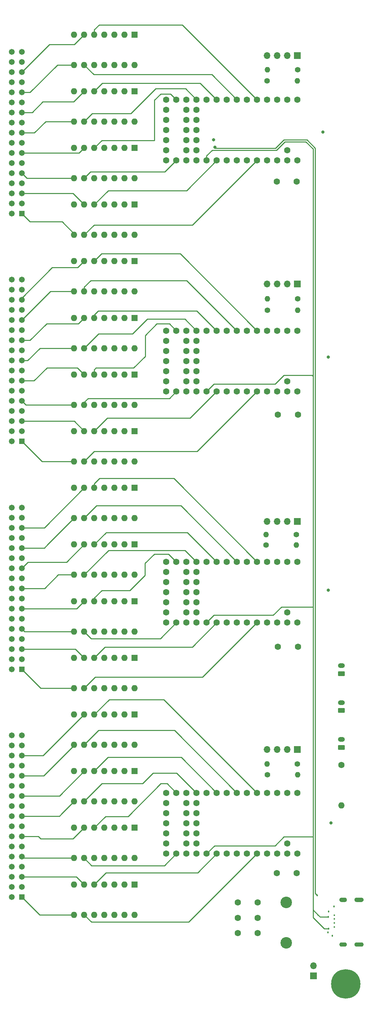
<source format=gbr>
G04 #@! TF.GenerationSoftware,KiCad,Pcbnew,(6.0.4-0)*
G04 #@! TF.CreationDate,2023-02-13T16:27:07-08:00*
G04 #@! TF.ProjectId,widaq-magis-ssr-v2b,77696461-712d-46d6-9167-69732d737372,rev?*
G04 #@! TF.SameCoordinates,Original*
G04 #@! TF.FileFunction,Copper,L4,Bot*
G04 #@! TF.FilePolarity,Positive*
%FSLAX46Y46*%
G04 Gerber Fmt 4.6, Leading zero omitted, Abs format (unit mm)*
G04 Created by KiCad (PCBNEW (6.0.4-0)) date 2023-02-13 16:27:07*
%MOMM*%
%LPD*%
G01*
G04 APERTURE LIST*
G04 Aperture macros list*
%AMRoundRect*
0 Rectangle with rounded corners*
0 $1 Rounding radius*
0 $2 $3 $4 $5 $6 $7 $8 $9 X,Y pos of 4 corners*
0 Add a 4 corners polygon primitive as box body*
4,1,4,$2,$3,$4,$5,$6,$7,$8,$9,$2,$3,0*
0 Add four circle primitives for the rounded corners*
1,1,$1+$1,$2,$3*
1,1,$1+$1,$4,$5*
1,1,$1+$1,$6,$7*
1,1,$1+$1,$8,$9*
0 Add four rect primitives between the rounded corners*
20,1,$1+$1,$2,$3,$4,$5,0*
20,1,$1+$1,$4,$5,$6,$7,0*
20,1,$1+$1,$6,$7,$8,$9,0*
20,1,$1+$1,$8,$9,$2,$3,0*%
G04 Aperture macros list end*
G04 #@! TA.AperFunction,EtchedComponent*
%ADD10C,0.010000*%
G04 #@! TD*
G04 #@! TA.AperFunction,ComponentPad*
%ADD11R,1.600000X1.600000*%
G04 #@! TD*
G04 #@! TA.AperFunction,ComponentPad*
%ADD12O,1.600000X1.600000*%
G04 #@! TD*
G04 #@! TA.AperFunction,ComponentPad*
%ADD13RoundRect,0.250000X0.625000X-0.350000X0.625000X0.350000X-0.625000X0.350000X-0.625000X-0.350000X0*%
G04 #@! TD*
G04 #@! TA.AperFunction,ComponentPad*
%ADD14O,1.750000X1.200000*%
G04 #@! TD*
G04 #@! TA.AperFunction,ComponentPad*
%ADD15R,1.700000X1.700000*%
G04 #@! TD*
G04 #@! TA.AperFunction,ComponentPad*
%ADD16O,1.700000X1.700000*%
G04 #@! TD*
G04 #@! TA.AperFunction,ComponentPad*
%ADD17C,1.400000*%
G04 #@! TD*
G04 #@! TA.AperFunction,ComponentPad*
%ADD18O,1.400000X1.400000*%
G04 #@! TD*
G04 #@! TA.AperFunction,ComponentPad*
%ADD19C,1.600000*%
G04 #@! TD*
G04 #@! TA.AperFunction,ComponentPad*
%ADD20C,2.900000*%
G04 #@! TD*
G04 #@! TA.AperFunction,ComponentPad*
%ADD21O,2.000000X1.000000*%
G04 #@! TD*
G04 #@! TA.AperFunction,ComponentPad*
%ADD22O,1.800000X0.900000*%
G04 #@! TD*
G04 #@! TA.AperFunction,ComponentPad*
%ADD23R,1.473200X1.473200*%
G04 #@! TD*
G04 #@! TA.AperFunction,ComponentPad*
%ADD24C,1.473200*%
G04 #@! TD*
G04 #@! TA.AperFunction,ComponentPad*
%ADD25C,7.400000*%
G04 #@! TD*
G04 #@! TA.AperFunction,ComponentPad*
%ADD26C,0.800000*%
G04 #@! TD*
G04 #@! TA.AperFunction,ViaPad*
%ADD27C,0.457200*%
G04 #@! TD*
G04 #@! TA.AperFunction,ViaPad*
%ADD28C,0.800000*%
G04 #@! TD*
G04 #@! TA.AperFunction,ViaPad*
%ADD29C,0.400000*%
G04 #@! TD*
G04 #@! TA.AperFunction,Conductor*
%ADD30C,0.250000*%
G04 #@! TD*
G04 APERTURE END LIST*
G36*
X342623668Y-316138000D02*
G01*
X342675668Y-316146000D01*
X342726668Y-316159000D01*
X342774668Y-316178000D01*
X342821668Y-316202000D01*
X342865668Y-316230000D01*
X342906668Y-316263000D01*
X342943668Y-316300000D01*
X342976668Y-316341000D01*
X343004668Y-316385000D01*
X343028668Y-316432000D01*
X343047668Y-316480000D01*
X343060668Y-316531000D01*
X343068668Y-316583000D01*
X343071668Y-316635000D01*
X343068668Y-316687000D01*
X343060668Y-316739000D01*
X343047668Y-316790000D01*
X343028668Y-316838000D01*
X343004668Y-316885000D01*
X342976668Y-316929000D01*
X342943668Y-316970000D01*
X342906668Y-317007000D01*
X342865668Y-317040000D01*
X342821668Y-317068000D01*
X342774668Y-317092000D01*
X342726668Y-317111000D01*
X342675668Y-317124000D01*
X342623668Y-317132000D01*
X342571668Y-317135000D01*
X341771668Y-317135000D01*
X341719668Y-317132000D01*
X341667668Y-317124000D01*
X341616668Y-317111000D01*
X341568668Y-317092000D01*
X341521668Y-317068000D01*
X341477668Y-317040000D01*
X341436668Y-317007000D01*
X341399668Y-316970000D01*
X341366668Y-316929000D01*
X341338668Y-316885000D01*
X341314668Y-316838000D01*
X341295668Y-316790000D01*
X341282668Y-316739000D01*
X341274668Y-316687000D01*
X341271668Y-316635000D01*
X341274668Y-316583000D01*
X341282668Y-316531000D01*
X341295668Y-316480000D01*
X341314668Y-316432000D01*
X341338668Y-316385000D01*
X341366668Y-316341000D01*
X341399668Y-316300000D01*
X341436668Y-316263000D01*
X341477668Y-316230000D01*
X341521668Y-316202000D01*
X341568668Y-316178000D01*
X341616668Y-316159000D01*
X341667668Y-316146000D01*
X341719668Y-316138000D01*
X341771668Y-316135000D01*
X342571668Y-316135000D01*
X342623668Y-316138000D01*
G37*
D10*
X342623668Y-316138000D02*
X342675668Y-316146000D01*
X342726668Y-316159000D01*
X342774668Y-316178000D01*
X342821668Y-316202000D01*
X342865668Y-316230000D01*
X342906668Y-316263000D01*
X342943668Y-316300000D01*
X342976668Y-316341000D01*
X343004668Y-316385000D01*
X343028668Y-316432000D01*
X343047668Y-316480000D01*
X343060668Y-316531000D01*
X343068668Y-316583000D01*
X343071668Y-316635000D01*
X343068668Y-316687000D01*
X343060668Y-316739000D01*
X343047668Y-316790000D01*
X343028668Y-316838000D01*
X343004668Y-316885000D01*
X342976668Y-316929000D01*
X342943668Y-316970000D01*
X342906668Y-317007000D01*
X342865668Y-317040000D01*
X342821668Y-317068000D01*
X342774668Y-317092000D01*
X342726668Y-317111000D01*
X342675668Y-317124000D01*
X342623668Y-317132000D01*
X342571668Y-317135000D01*
X341771668Y-317135000D01*
X341719668Y-317132000D01*
X341667668Y-317124000D01*
X341616668Y-317111000D01*
X341568668Y-317092000D01*
X341521668Y-317068000D01*
X341477668Y-317040000D01*
X341436668Y-317007000D01*
X341399668Y-316970000D01*
X341366668Y-316929000D01*
X341338668Y-316885000D01*
X341314668Y-316838000D01*
X341295668Y-316790000D01*
X341282668Y-316739000D01*
X341274668Y-316687000D01*
X341271668Y-316635000D01*
X341274668Y-316583000D01*
X341282668Y-316531000D01*
X341295668Y-316480000D01*
X341314668Y-316432000D01*
X341338668Y-316385000D01*
X341366668Y-316341000D01*
X341399668Y-316300000D01*
X341436668Y-316263000D01*
X341477668Y-316230000D01*
X341521668Y-316202000D01*
X341568668Y-316178000D01*
X341616668Y-316159000D01*
X341667668Y-316146000D01*
X341719668Y-316138000D01*
X341771668Y-316135000D01*
X342571668Y-316135000D01*
X342623668Y-316138000D01*
G36*
X346823668Y-327378000D02*
G01*
X346875668Y-327386000D01*
X346926668Y-327399000D01*
X346974668Y-327418000D01*
X347021668Y-327442000D01*
X347065668Y-327470000D01*
X347106668Y-327503000D01*
X347143668Y-327540000D01*
X347176668Y-327581000D01*
X347204668Y-327625000D01*
X347228668Y-327672000D01*
X347247668Y-327720000D01*
X347260668Y-327771000D01*
X347268668Y-327823000D01*
X347271668Y-327875000D01*
X347268668Y-327927000D01*
X347260668Y-327979000D01*
X347247668Y-328030000D01*
X347228668Y-328078000D01*
X347204668Y-328125000D01*
X347176668Y-328169000D01*
X347143668Y-328210000D01*
X347106668Y-328247000D01*
X347065668Y-328280000D01*
X347021668Y-328308000D01*
X346974668Y-328332000D01*
X346926668Y-328351000D01*
X346875668Y-328364000D01*
X346823668Y-328372000D01*
X346771668Y-328375000D01*
X345571668Y-328375000D01*
X345519668Y-328372000D01*
X345467668Y-328364000D01*
X345416668Y-328351000D01*
X345368668Y-328332000D01*
X345321668Y-328308000D01*
X345277668Y-328280000D01*
X345236668Y-328247000D01*
X345199668Y-328210000D01*
X345166668Y-328169000D01*
X345138668Y-328125000D01*
X345114668Y-328078000D01*
X345095668Y-328030000D01*
X345082668Y-327979000D01*
X345074668Y-327927000D01*
X345071668Y-327875000D01*
X345074668Y-327823000D01*
X345082668Y-327771000D01*
X345095668Y-327720000D01*
X345114668Y-327672000D01*
X345138668Y-327625000D01*
X345166668Y-327581000D01*
X345199668Y-327540000D01*
X345236668Y-327503000D01*
X345277668Y-327470000D01*
X345321668Y-327442000D01*
X345368668Y-327418000D01*
X345416668Y-327399000D01*
X345467668Y-327386000D01*
X345519668Y-327378000D01*
X345571668Y-327375000D01*
X346771668Y-327375000D01*
X346823668Y-327378000D01*
G37*
X346823668Y-327378000D02*
X346875668Y-327386000D01*
X346926668Y-327399000D01*
X346974668Y-327418000D01*
X347021668Y-327442000D01*
X347065668Y-327470000D01*
X347106668Y-327503000D01*
X347143668Y-327540000D01*
X347176668Y-327581000D01*
X347204668Y-327625000D01*
X347228668Y-327672000D01*
X347247668Y-327720000D01*
X347260668Y-327771000D01*
X347268668Y-327823000D01*
X347271668Y-327875000D01*
X347268668Y-327927000D01*
X347260668Y-327979000D01*
X347247668Y-328030000D01*
X347228668Y-328078000D01*
X347204668Y-328125000D01*
X347176668Y-328169000D01*
X347143668Y-328210000D01*
X347106668Y-328247000D01*
X347065668Y-328280000D01*
X347021668Y-328308000D01*
X346974668Y-328332000D01*
X346926668Y-328351000D01*
X346875668Y-328364000D01*
X346823668Y-328372000D01*
X346771668Y-328375000D01*
X345571668Y-328375000D01*
X345519668Y-328372000D01*
X345467668Y-328364000D01*
X345416668Y-328351000D01*
X345368668Y-328332000D01*
X345321668Y-328308000D01*
X345277668Y-328280000D01*
X345236668Y-328247000D01*
X345199668Y-328210000D01*
X345166668Y-328169000D01*
X345138668Y-328125000D01*
X345114668Y-328078000D01*
X345095668Y-328030000D01*
X345082668Y-327979000D01*
X345074668Y-327927000D01*
X345071668Y-327875000D01*
X345074668Y-327823000D01*
X345082668Y-327771000D01*
X345095668Y-327720000D01*
X345114668Y-327672000D01*
X345138668Y-327625000D01*
X345166668Y-327581000D01*
X345199668Y-327540000D01*
X345236668Y-327503000D01*
X345277668Y-327470000D01*
X345321668Y-327442000D01*
X345368668Y-327418000D01*
X345416668Y-327399000D01*
X345467668Y-327386000D01*
X345519668Y-327378000D01*
X345571668Y-327375000D01*
X346771668Y-327375000D01*
X346823668Y-327378000D01*
G36*
X346823668Y-316138000D02*
G01*
X346875668Y-316146000D01*
X346926668Y-316159000D01*
X346974668Y-316178000D01*
X347021668Y-316202000D01*
X347065668Y-316230000D01*
X347106668Y-316263000D01*
X347143668Y-316300000D01*
X347176668Y-316341000D01*
X347204668Y-316385000D01*
X347228668Y-316432000D01*
X347247668Y-316480000D01*
X347260668Y-316531000D01*
X347268668Y-316583000D01*
X347271668Y-316635000D01*
X347268668Y-316687000D01*
X347260668Y-316739000D01*
X347247668Y-316790000D01*
X347228668Y-316838000D01*
X347204668Y-316885000D01*
X347176668Y-316929000D01*
X347143668Y-316970000D01*
X347106668Y-317007000D01*
X347065668Y-317040000D01*
X347021668Y-317068000D01*
X346974668Y-317092000D01*
X346926668Y-317111000D01*
X346875668Y-317124000D01*
X346823668Y-317132000D01*
X346771668Y-317135000D01*
X345571668Y-317135000D01*
X345519668Y-317132000D01*
X345467668Y-317124000D01*
X345416668Y-317111000D01*
X345368668Y-317092000D01*
X345321668Y-317068000D01*
X345277668Y-317040000D01*
X345236668Y-317007000D01*
X345199668Y-316970000D01*
X345166668Y-316929000D01*
X345138668Y-316885000D01*
X345114668Y-316838000D01*
X345095668Y-316790000D01*
X345082668Y-316739000D01*
X345074668Y-316687000D01*
X345071668Y-316635000D01*
X345074668Y-316583000D01*
X345082668Y-316531000D01*
X345095668Y-316480000D01*
X345114668Y-316432000D01*
X345138668Y-316385000D01*
X345166668Y-316341000D01*
X345199668Y-316300000D01*
X345236668Y-316263000D01*
X345277668Y-316230000D01*
X345321668Y-316202000D01*
X345368668Y-316178000D01*
X345416668Y-316159000D01*
X345467668Y-316146000D01*
X345519668Y-316138000D01*
X345571668Y-316135000D01*
X346771668Y-316135000D01*
X346823668Y-316138000D01*
G37*
X346823668Y-316138000D02*
X346875668Y-316146000D01*
X346926668Y-316159000D01*
X346974668Y-316178000D01*
X347021668Y-316202000D01*
X347065668Y-316230000D01*
X347106668Y-316263000D01*
X347143668Y-316300000D01*
X347176668Y-316341000D01*
X347204668Y-316385000D01*
X347228668Y-316432000D01*
X347247668Y-316480000D01*
X347260668Y-316531000D01*
X347268668Y-316583000D01*
X347271668Y-316635000D01*
X347268668Y-316687000D01*
X347260668Y-316739000D01*
X347247668Y-316790000D01*
X347228668Y-316838000D01*
X347204668Y-316885000D01*
X347176668Y-316929000D01*
X347143668Y-316970000D01*
X347106668Y-317007000D01*
X347065668Y-317040000D01*
X347021668Y-317068000D01*
X346974668Y-317092000D01*
X346926668Y-317111000D01*
X346875668Y-317124000D01*
X346823668Y-317132000D01*
X346771668Y-317135000D01*
X345571668Y-317135000D01*
X345519668Y-317132000D01*
X345467668Y-317124000D01*
X345416668Y-317111000D01*
X345368668Y-317092000D01*
X345321668Y-317068000D01*
X345277668Y-317040000D01*
X345236668Y-317007000D01*
X345199668Y-316970000D01*
X345166668Y-316929000D01*
X345138668Y-316885000D01*
X345114668Y-316838000D01*
X345095668Y-316790000D01*
X345082668Y-316739000D01*
X345074668Y-316687000D01*
X345071668Y-316635000D01*
X345074668Y-316583000D01*
X345082668Y-316531000D01*
X345095668Y-316480000D01*
X345114668Y-316432000D01*
X345138668Y-316385000D01*
X345166668Y-316341000D01*
X345199668Y-316300000D01*
X345236668Y-316263000D01*
X345277668Y-316230000D01*
X345321668Y-316202000D01*
X345368668Y-316178000D01*
X345416668Y-316159000D01*
X345467668Y-316146000D01*
X345519668Y-316138000D01*
X345571668Y-316135000D01*
X346771668Y-316135000D01*
X346823668Y-316138000D01*
G36*
X342623668Y-327378000D02*
G01*
X342675668Y-327386000D01*
X342726668Y-327399000D01*
X342774668Y-327418000D01*
X342821668Y-327442000D01*
X342865668Y-327470000D01*
X342906668Y-327503000D01*
X342943668Y-327540000D01*
X342976668Y-327581000D01*
X343004668Y-327625000D01*
X343028668Y-327672000D01*
X343047668Y-327720000D01*
X343060668Y-327771000D01*
X343068668Y-327823000D01*
X343071668Y-327875000D01*
X343068668Y-327927000D01*
X343060668Y-327979000D01*
X343047668Y-328030000D01*
X343028668Y-328078000D01*
X343004668Y-328125000D01*
X342976668Y-328169000D01*
X342943668Y-328210000D01*
X342906668Y-328247000D01*
X342865668Y-328280000D01*
X342821668Y-328308000D01*
X342774668Y-328332000D01*
X342726668Y-328351000D01*
X342675668Y-328364000D01*
X342623668Y-328372000D01*
X342571668Y-328375000D01*
X341771668Y-328375000D01*
X341719668Y-328372000D01*
X341667668Y-328364000D01*
X341616668Y-328351000D01*
X341568668Y-328332000D01*
X341521668Y-328308000D01*
X341477668Y-328280000D01*
X341436668Y-328247000D01*
X341399668Y-328210000D01*
X341366668Y-328169000D01*
X341338668Y-328125000D01*
X341314668Y-328078000D01*
X341295668Y-328030000D01*
X341282668Y-327979000D01*
X341274668Y-327927000D01*
X341271668Y-327875000D01*
X341274668Y-327823000D01*
X341282668Y-327771000D01*
X341295668Y-327720000D01*
X341314668Y-327672000D01*
X341338668Y-327625000D01*
X341366668Y-327581000D01*
X341399668Y-327540000D01*
X341436668Y-327503000D01*
X341477668Y-327470000D01*
X341521668Y-327442000D01*
X341568668Y-327418000D01*
X341616668Y-327399000D01*
X341667668Y-327386000D01*
X341719668Y-327378000D01*
X341771668Y-327375000D01*
X342571668Y-327375000D01*
X342623668Y-327378000D01*
G37*
X342623668Y-327378000D02*
X342675668Y-327386000D01*
X342726668Y-327399000D01*
X342774668Y-327418000D01*
X342821668Y-327442000D01*
X342865668Y-327470000D01*
X342906668Y-327503000D01*
X342943668Y-327540000D01*
X342976668Y-327581000D01*
X343004668Y-327625000D01*
X343028668Y-327672000D01*
X343047668Y-327720000D01*
X343060668Y-327771000D01*
X343068668Y-327823000D01*
X343071668Y-327875000D01*
X343068668Y-327927000D01*
X343060668Y-327979000D01*
X343047668Y-328030000D01*
X343028668Y-328078000D01*
X343004668Y-328125000D01*
X342976668Y-328169000D01*
X342943668Y-328210000D01*
X342906668Y-328247000D01*
X342865668Y-328280000D01*
X342821668Y-328308000D01*
X342774668Y-328332000D01*
X342726668Y-328351000D01*
X342675668Y-328364000D01*
X342623668Y-328372000D01*
X342571668Y-328375000D01*
X341771668Y-328375000D01*
X341719668Y-328372000D01*
X341667668Y-328364000D01*
X341616668Y-328351000D01*
X341568668Y-328332000D01*
X341521668Y-328308000D01*
X341477668Y-328280000D01*
X341436668Y-328247000D01*
X341399668Y-328210000D01*
X341366668Y-328169000D01*
X341338668Y-328125000D01*
X341314668Y-328078000D01*
X341295668Y-328030000D01*
X341282668Y-327979000D01*
X341274668Y-327927000D01*
X341271668Y-327875000D01*
X341274668Y-327823000D01*
X341282668Y-327771000D01*
X341295668Y-327720000D01*
X341314668Y-327672000D01*
X341338668Y-327625000D01*
X341366668Y-327581000D01*
X341399668Y-327540000D01*
X341436668Y-327503000D01*
X341477668Y-327470000D01*
X341521668Y-327442000D01*
X341568668Y-327418000D01*
X341616668Y-327399000D01*
X341667668Y-327386000D01*
X341719668Y-327378000D01*
X341771668Y-327375000D01*
X342571668Y-327375000D01*
X342623668Y-327378000D01*
D11*
X289725000Y-241608332D03*
D12*
X287185000Y-241608332D03*
X284645000Y-241608332D03*
X282105000Y-241608332D03*
X279565000Y-241608332D03*
X277025000Y-241608332D03*
X274485000Y-241608332D03*
X274485000Y-249228332D03*
X277025000Y-249228332D03*
X279565000Y-249228332D03*
X282105000Y-249228332D03*
X284645000Y-249228332D03*
X287185000Y-249228332D03*
X289725000Y-249228332D03*
D11*
X289725000Y-113433338D03*
D12*
X287185000Y-113433338D03*
X284645000Y-113433338D03*
X282105000Y-113433338D03*
X279565000Y-113433338D03*
X277025000Y-113433338D03*
X274485000Y-113433338D03*
X274485000Y-121053338D03*
X277025000Y-121053338D03*
X279565000Y-121053338D03*
X282105000Y-121053338D03*
X284645000Y-121053338D03*
X287185000Y-121053338D03*
X289725000Y-121053338D03*
D11*
X289725000Y-99191672D03*
D12*
X287185000Y-99191672D03*
X284645000Y-99191672D03*
X282105000Y-99191672D03*
X279565000Y-99191672D03*
X277025000Y-99191672D03*
X274485000Y-99191672D03*
X274485000Y-106811672D03*
X277025000Y-106811672D03*
X279565000Y-106811672D03*
X282105000Y-106811672D03*
X284645000Y-106811672D03*
X287185000Y-106811672D03*
X289725000Y-106811672D03*
D11*
X289725000Y-298574996D03*
D12*
X287185000Y-298574996D03*
X284645000Y-298574996D03*
X282105000Y-298574996D03*
X279565000Y-298574996D03*
X277025000Y-298574996D03*
X274485000Y-298574996D03*
X274485000Y-306194996D03*
X277025000Y-306194996D03*
X279565000Y-306194996D03*
X282105000Y-306194996D03*
X284645000Y-306194996D03*
X287185000Y-306194996D03*
X289725000Y-306194996D03*
D11*
X289725000Y-312816672D03*
D12*
X287185000Y-312816672D03*
X284645000Y-312816672D03*
X282105000Y-312816672D03*
X279565000Y-312816672D03*
X277025000Y-312816672D03*
X274485000Y-312816672D03*
X274485000Y-320436672D03*
X277025000Y-320436672D03*
X279565000Y-320436672D03*
X282105000Y-320436672D03*
X284645000Y-320436672D03*
X287185000Y-320436672D03*
X289725000Y-320436672D03*
D13*
X341771668Y-269100000D03*
D14*
X341771668Y-267100000D03*
D15*
X330686668Y-221575000D03*
D16*
X328146668Y-221575000D03*
X325606668Y-221575000D03*
X323066668Y-221575000D03*
D17*
X322776668Y-227525000D03*
D18*
X330396668Y-227525000D03*
D19*
X315686668Y-317370000D03*
X320686668Y-317370000D03*
X315686668Y-325070000D03*
X320686668Y-325070000D03*
D11*
X289725000Y-270091664D03*
D12*
X287185000Y-270091664D03*
X284645000Y-270091664D03*
X282105000Y-270091664D03*
X279565000Y-270091664D03*
X277025000Y-270091664D03*
X274485000Y-270091664D03*
X274485000Y-277711664D03*
X277025000Y-277711664D03*
X279565000Y-277711664D03*
X282105000Y-277711664D03*
X284645000Y-277711664D03*
X287185000Y-277711664D03*
X289725000Y-277711664D03*
D17*
X330736668Y-165575000D03*
D18*
X323116668Y-165575000D03*
D19*
X315686668Y-321220000D03*
X320686668Y-321220000D03*
D11*
X289725000Y-127675004D03*
D12*
X287185000Y-127675004D03*
X284645000Y-127675004D03*
X282105000Y-127675004D03*
X279565000Y-127675004D03*
X277025000Y-127675004D03*
X274485000Y-127675004D03*
X274485000Y-135295004D03*
X277025000Y-135295004D03*
X279565000Y-135295004D03*
X282105000Y-135295004D03*
X284645000Y-135295004D03*
X287185000Y-135295004D03*
X289725000Y-135295004D03*
D15*
X330711668Y-278900000D03*
D16*
X328171668Y-278900000D03*
X325631668Y-278900000D03*
X323091668Y-278900000D03*
D20*
X327875000Y-327530000D03*
X327875000Y-317370000D03*
D17*
X323126668Y-168475000D03*
D18*
X330746668Y-168475000D03*
D11*
X289725000Y-184641668D03*
D12*
X287185000Y-184641668D03*
X284645000Y-184641668D03*
X282105000Y-184641668D03*
X279565000Y-184641668D03*
X277025000Y-184641668D03*
X274485000Y-184641668D03*
X274485000Y-192261668D03*
X277025000Y-192261668D03*
X279565000Y-192261668D03*
X282105000Y-192261668D03*
X284645000Y-192261668D03*
X287185000Y-192261668D03*
X289725000Y-192261668D03*
D19*
X325811668Y-253050000D03*
X330811668Y-253050000D03*
X330711668Y-115555000D03*
X328171668Y-115555000D03*
X325631668Y-115555000D03*
X323091668Y-115555000D03*
X320551668Y-115555000D03*
X318011668Y-115555000D03*
X315471668Y-115555000D03*
X312931668Y-115555000D03*
X310391668Y-115555000D03*
X307851668Y-115555000D03*
X305311668Y-115555000D03*
X302771668Y-115555000D03*
X300231668Y-115555000D03*
X297691668Y-115555000D03*
X297691668Y-118095000D03*
X297691668Y-120635000D03*
X297691668Y-123175000D03*
X297691668Y-125715000D03*
X297691668Y-128255000D03*
X297691668Y-130795000D03*
X300231668Y-130795000D03*
X302771668Y-130795000D03*
X305311668Y-130795000D03*
X307851668Y-130795000D03*
X310391668Y-130795000D03*
X312931668Y-130795000D03*
X315471668Y-130795000D03*
X318011668Y-130795000D03*
X320551668Y-130795000D03*
X323091668Y-130795000D03*
X325631668Y-130795000D03*
X328171668Y-130795000D03*
X330711668Y-130795000D03*
X328171668Y-128255000D03*
X302771668Y-128255000D03*
X305311668Y-128255000D03*
X302771668Y-125715000D03*
X305311668Y-125715000D03*
X302771668Y-123175000D03*
X305311668Y-123175000D03*
X302771668Y-120635000D03*
X305311668Y-120635000D03*
X302771668Y-118095000D03*
X305311668Y-118095000D03*
D21*
X346171668Y-327875000D03*
X346171668Y-316635000D03*
D22*
X342171668Y-327875000D03*
X342171668Y-316635000D03*
D19*
X325486668Y-309975000D03*
X330486668Y-309975000D03*
X325811668Y-194725000D03*
X330811668Y-194725000D03*
D11*
X289725000Y-141916670D03*
D12*
X287185000Y-141916670D03*
X284645000Y-141916670D03*
X282105000Y-141916670D03*
X279565000Y-141916670D03*
X277025000Y-141916670D03*
X274485000Y-141916670D03*
X274485000Y-149536670D03*
X277025000Y-149536670D03*
X279565000Y-149536670D03*
X282105000Y-149536670D03*
X284645000Y-149536670D03*
X287185000Y-149536670D03*
X289725000Y-149536670D03*
D17*
X330751668Y-108050000D03*
D18*
X323131668Y-108050000D03*
D11*
X289725000Y-198883334D03*
D12*
X287185000Y-198883334D03*
X284645000Y-198883334D03*
X282105000Y-198883334D03*
X279565000Y-198883334D03*
X277025000Y-198883334D03*
X274485000Y-198883334D03*
X274485000Y-206503334D03*
X277025000Y-206503334D03*
X279565000Y-206503334D03*
X282105000Y-206503334D03*
X284645000Y-206503334D03*
X287185000Y-206503334D03*
X289725000Y-206503334D03*
D13*
X341771668Y-278375000D03*
D14*
X341771668Y-276375000D03*
D11*
X289725000Y-284333330D03*
D12*
X287185000Y-284333330D03*
X284645000Y-284333330D03*
X282105000Y-284333330D03*
X279565000Y-284333330D03*
X277025000Y-284333330D03*
X274485000Y-284333330D03*
X274485000Y-291953330D03*
X277025000Y-291953330D03*
X279565000Y-291953330D03*
X282105000Y-291953330D03*
X284645000Y-291953330D03*
X287185000Y-291953330D03*
X289725000Y-291953330D03*
D15*
X330711668Y-104450000D03*
D16*
X328171668Y-104450000D03*
X325631668Y-104450000D03*
X323091668Y-104450000D03*
D19*
X330711668Y-289830000D03*
X328171668Y-289830000D03*
X325631668Y-289830000D03*
X323091668Y-289830000D03*
X320551668Y-289830000D03*
X318011668Y-289830000D03*
X315471668Y-289830000D03*
X312931668Y-289830000D03*
X310391668Y-289830000D03*
X307851668Y-289830000D03*
X305311668Y-289830000D03*
X302771668Y-289830000D03*
X300231668Y-289830000D03*
X297691668Y-289830000D03*
X297691668Y-292370000D03*
X297691668Y-294910000D03*
X297691668Y-297450000D03*
X297691668Y-299990000D03*
X297691668Y-302530000D03*
X297691668Y-305070000D03*
X300231668Y-305070000D03*
X302771668Y-305070000D03*
X305311668Y-305070000D03*
X307851668Y-305070000D03*
X310391668Y-305070000D03*
X312931668Y-305070000D03*
X315471668Y-305070000D03*
X318011668Y-305070000D03*
X320551668Y-305070000D03*
X323091668Y-305070000D03*
X325631668Y-305070000D03*
X328171668Y-305070000D03*
X330711668Y-305070000D03*
X328171668Y-302530000D03*
X302771668Y-302530000D03*
X305311668Y-302530000D03*
X302771668Y-299990000D03*
X305311668Y-299990000D03*
X302771668Y-297450000D03*
X305311668Y-297450000D03*
X302771668Y-294910000D03*
X305311668Y-294910000D03*
X302771668Y-292370000D03*
X305311668Y-292370000D03*
D15*
X334750000Y-335750000D03*
D16*
X334750000Y-333210000D03*
D19*
X341761668Y-282770000D03*
D12*
X341761668Y-292930000D03*
D23*
X261345000Y-201445000D03*
D24*
X261345000Y-198905000D03*
X261345000Y-196365000D03*
X261345000Y-193825000D03*
X261345000Y-191285000D03*
X261345000Y-188745000D03*
X261345000Y-186205000D03*
X261345000Y-183665000D03*
X261345000Y-181125000D03*
X261345000Y-178585000D03*
X261345000Y-176045000D03*
X261345000Y-173505000D03*
X261345000Y-170965000D03*
X261345000Y-168425000D03*
X261345000Y-165885000D03*
X261345000Y-163345000D03*
X261345000Y-160805000D03*
X258805000Y-201445000D03*
X258805000Y-198905000D03*
X258805000Y-196365000D03*
X258805000Y-193825000D03*
X258805000Y-191285000D03*
X258805000Y-188745000D03*
X258805000Y-186205000D03*
X258805000Y-183665000D03*
X258805000Y-181125000D03*
X258805000Y-178585000D03*
X258805000Y-176045000D03*
X258805000Y-173505000D03*
X258805000Y-170965000D03*
X258805000Y-168425000D03*
X258805000Y-165885000D03*
X258805000Y-163345000D03*
X258805000Y-160805000D03*
D17*
X330411668Y-224850000D03*
D18*
X322791668Y-224850000D03*
D19*
X330711668Y-173646666D03*
X328171668Y-173646666D03*
X325631668Y-173646666D03*
X323091668Y-173646666D03*
X320551668Y-173646666D03*
X318011668Y-173646666D03*
X315471668Y-173646666D03*
X312931668Y-173646666D03*
X310391668Y-173646666D03*
X307851668Y-173646666D03*
X305311668Y-173646666D03*
X302771668Y-173646666D03*
X300231668Y-173646666D03*
X297691668Y-173646666D03*
X297691668Y-176186666D03*
X297691668Y-178726666D03*
X297691668Y-181266666D03*
X297691668Y-183806666D03*
X297691668Y-186346666D03*
X297691668Y-188886666D03*
X300231668Y-188886666D03*
X302771668Y-188886666D03*
X305311668Y-188886666D03*
X307851668Y-188886666D03*
X310391668Y-188886666D03*
X312931668Y-188886666D03*
X315471668Y-188886666D03*
X318011668Y-188886666D03*
X320551668Y-188886666D03*
X323091668Y-188886666D03*
X325631668Y-188886666D03*
X328171668Y-188886666D03*
X330711668Y-188886666D03*
X328171668Y-186346666D03*
X302771668Y-186346666D03*
X305311668Y-186346666D03*
X302771668Y-183806666D03*
X305311668Y-183806666D03*
X302771668Y-181266666D03*
X305311668Y-181266666D03*
X302771668Y-178726666D03*
X305311668Y-178726666D03*
X302771668Y-176186666D03*
X305311668Y-176186666D03*
D11*
X289725000Y-213125000D03*
D12*
X287185000Y-213125000D03*
X284645000Y-213125000D03*
X282105000Y-213125000D03*
X279565000Y-213125000D03*
X277025000Y-213125000D03*
X274485000Y-213125000D03*
X274485000Y-220745000D03*
X277025000Y-220745000D03*
X279565000Y-220745000D03*
X282105000Y-220745000D03*
X284645000Y-220745000D03*
X287185000Y-220745000D03*
X289725000Y-220745000D03*
D25*
X342900000Y-337820000D03*
D26*
X340125000Y-337820000D03*
X344862221Y-335857779D03*
X340937779Y-335857779D03*
X344862221Y-339782221D03*
X342900000Y-340595000D03*
X345675000Y-337820000D03*
X342900000Y-335045000D03*
X340937779Y-339782221D03*
D17*
X323111668Y-285275000D03*
D18*
X330731668Y-285275000D03*
D19*
X325536668Y-136150000D03*
X330536668Y-136150000D03*
D11*
X289725000Y-255849998D03*
D12*
X287185000Y-255849998D03*
X284645000Y-255849998D03*
X282105000Y-255849998D03*
X279565000Y-255849998D03*
X277025000Y-255849998D03*
X274485000Y-255849998D03*
X274485000Y-263469998D03*
X277025000Y-263469998D03*
X279565000Y-263469998D03*
X282105000Y-263469998D03*
X284645000Y-263469998D03*
X287185000Y-263469998D03*
X289725000Y-263469998D03*
D17*
X330721668Y-282500000D03*
D18*
X323101668Y-282500000D03*
D23*
X261345000Y-144186667D03*
D24*
X261345000Y-141646667D03*
X261345000Y-139106667D03*
X261345000Y-136566667D03*
X261345000Y-134026667D03*
X261345000Y-131486667D03*
X261345000Y-128946667D03*
X261345000Y-126406667D03*
X261345000Y-123866667D03*
X261345000Y-121326667D03*
X261345000Y-118786667D03*
X261345000Y-116246667D03*
X261345000Y-113706667D03*
X261345000Y-111166667D03*
X261345000Y-108626667D03*
X261345000Y-106086667D03*
X261345000Y-103546667D03*
X258805000Y-144186667D03*
X258805000Y-141646667D03*
X258805000Y-139106667D03*
X258805000Y-136566667D03*
X258805000Y-134026667D03*
X258805000Y-131486667D03*
X258805000Y-128946667D03*
X258805000Y-126406667D03*
X258805000Y-123866667D03*
X258805000Y-121326667D03*
X258805000Y-118786667D03*
X258805000Y-116246667D03*
X258805000Y-113706667D03*
X258805000Y-111166667D03*
X258805000Y-108626667D03*
X258805000Y-106086667D03*
X258805000Y-103546667D03*
D13*
X341771668Y-259825000D03*
D14*
X341771668Y-257825000D03*
D17*
X323076668Y-110825000D03*
D18*
X330696668Y-110825000D03*
D11*
X289725000Y-227366666D03*
D12*
X287185000Y-227366666D03*
X284645000Y-227366666D03*
X282105000Y-227366666D03*
X279565000Y-227366666D03*
X277025000Y-227366666D03*
X274485000Y-227366666D03*
X274485000Y-234986666D03*
X277025000Y-234986666D03*
X279565000Y-234986666D03*
X282105000Y-234986666D03*
X284645000Y-234986666D03*
X287185000Y-234986666D03*
X289725000Y-234986666D03*
D23*
X261345000Y-258703333D03*
D24*
X261345000Y-256163333D03*
X261345000Y-253623333D03*
X261345000Y-251083333D03*
X261345000Y-248543333D03*
X261345000Y-246003333D03*
X261345000Y-243463333D03*
X261345000Y-240923333D03*
X261345000Y-238383333D03*
X261345000Y-235843333D03*
X261345000Y-233303333D03*
X261345000Y-230763333D03*
X261345000Y-228223333D03*
X261345000Y-225683333D03*
X261345000Y-223143333D03*
X261345000Y-220603333D03*
X261345000Y-218063333D03*
X258805000Y-258703333D03*
X258805000Y-256163333D03*
X258805000Y-253623333D03*
X258805000Y-251083333D03*
X258805000Y-248543333D03*
X258805000Y-246003333D03*
X258805000Y-243463333D03*
X258805000Y-240923333D03*
X258805000Y-238383333D03*
X258805000Y-235843333D03*
X258805000Y-233303333D03*
X258805000Y-230763333D03*
X258805000Y-228223333D03*
X258805000Y-225683333D03*
X258805000Y-223143333D03*
X258805000Y-220603333D03*
X258805000Y-218063333D03*
D11*
X289725000Y-156158336D03*
D12*
X287185000Y-156158336D03*
X284645000Y-156158336D03*
X282105000Y-156158336D03*
X279565000Y-156158336D03*
X277025000Y-156158336D03*
X274485000Y-156158336D03*
X274485000Y-163778336D03*
X277025000Y-163778336D03*
X279565000Y-163778336D03*
X282105000Y-163778336D03*
X284645000Y-163778336D03*
X287185000Y-163778336D03*
X289725000Y-163778336D03*
D23*
X261345000Y-315961667D03*
D24*
X261345000Y-313421667D03*
X261345000Y-310881667D03*
X261345000Y-308341667D03*
X261345000Y-305801667D03*
X261345000Y-303261667D03*
X261345000Y-300721667D03*
X261345000Y-298181667D03*
X261345000Y-295641667D03*
X261345000Y-293101667D03*
X261345000Y-290561667D03*
X261345000Y-288021667D03*
X261345000Y-285481667D03*
X261345000Y-282941667D03*
X261345000Y-280401667D03*
X261345000Y-277861667D03*
X261345000Y-275321667D03*
X258805000Y-315961667D03*
X258805000Y-313421667D03*
X258805000Y-310881667D03*
X258805000Y-308341667D03*
X258805000Y-305801667D03*
X258805000Y-303261667D03*
X258805000Y-300721667D03*
X258805000Y-298181667D03*
X258805000Y-295641667D03*
X258805000Y-293101667D03*
X258805000Y-290561667D03*
X258805000Y-288021667D03*
X258805000Y-285481667D03*
X258805000Y-282941667D03*
X258805000Y-280401667D03*
X258805000Y-277861667D03*
X258805000Y-275321667D03*
D15*
X330686668Y-161850000D03*
D16*
X328146668Y-161850000D03*
X325606668Y-161850000D03*
X323066668Y-161850000D03*
D19*
X330711668Y-231738332D03*
X328171668Y-231738332D03*
X325631668Y-231738332D03*
X323091668Y-231738332D03*
X320551668Y-231738332D03*
X318011668Y-231738332D03*
X315471668Y-231738332D03*
X312931668Y-231738332D03*
X310391668Y-231738332D03*
X307851668Y-231738332D03*
X305311668Y-231738332D03*
X302771668Y-231738332D03*
X300231668Y-231738332D03*
X297691668Y-231738332D03*
X297691668Y-234278332D03*
X297691668Y-236818332D03*
X297691668Y-239358332D03*
X297691668Y-241898332D03*
X297691668Y-244438332D03*
X297691668Y-246978332D03*
X300231668Y-246978332D03*
X302771668Y-246978332D03*
X305311668Y-246978332D03*
X307851668Y-246978332D03*
X310391668Y-246978332D03*
X312931668Y-246978332D03*
X315471668Y-246978332D03*
X318011668Y-246978332D03*
X320551668Y-246978332D03*
X323091668Y-246978332D03*
X325631668Y-246978332D03*
X328171668Y-246978332D03*
X330711668Y-246978332D03*
X328171668Y-244438332D03*
X302771668Y-244438332D03*
X305311668Y-244438332D03*
X302771668Y-241898332D03*
X305311668Y-241898332D03*
X302771668Y-239358332D03*
X305311668Y-239358332D03*
X302771668Y-236818332D03*
X305311668Y-236818332D03*
X302771668Y-234278332D03*
X305311668Y-234278332D03*
D11*
X289725000Y-170400002D03*
D12*
X287185000Y-170400002D03*
X284645000Y-170400002D03*
X282105000Y-170400002D03*
X279565000Y-170400002D03*
X277025000Y-170400002D03*
X274485000Y-170400002D03*
X274485000Y-178020002D03*
X277025000Y-178020002D03*
X279565000Y-178020002D03*
X282105000Y-178020002D03*
X284645000Y-178020002D03*
X287185000Y-178020002D03*
X289725000Y-178020002D03*
D27*
X339886720Y-318349992D03*
D28*
X309911668Y-127525500D03*
D29*
X339975000Y-322500000D03*
X339975000Y-320525000D03*
X339975000Y-321500000D03*
D27*
X339450000Y-325675000D03*
X335686668Y-315550000D03*
D29*
X339975000Y-323500000D03*
D28*
X309601503Y-125683924D03*
D27*
X338575000Y-319650000D03*
X338400000Y-324850000D03*
X338500000Y-321000000D03*
X338575000Y-323925000D03*
D28*
X337136668Y-123725000D03*
X339186668Y-297325000D03*
X338511168Y-238825000D03*
X338511168Y-180225000D03*
D30*
X320551668Y-289830000D02*
X297046668Y-266325000D01*
X297046668Y-266325000D02*
X283331664Y-266325000D01*
X283331664Y-266325000D02*
X279565000Y-270091664D01*
X315471668Y-289830000D02*
X299741668Y-274100000D01*
X299741668Y-274100000D02*
X280636664Y-274100000D01*
X280636664Y-274100000D02*
X277025000Y-277711664D01*
X301436668Y-280875000D02*
X283023330Y-280875000D01*
X283023330Y-280875000D02*
X279565000Y-284333330D01*
X310391668Y-289830000D02*
X301436668Y-280875000D01*
X291700000Y-287450000D02*
X281528330Y-287450000D01*
X305311668Y-289830000D02*
X300281668Y-284800000D01*
X281528330Y-287450000D02*
X277025000Y-291953330D01*
X294350000Y-284800000D02*
X291700000Y-287450000D01*
X300281668Y-284800000D02*
X294350000Y-284800000D01*
X274485000Y-306194996D02*
X261738329Y-306194996D01*
X261738329Y-306194996D02*
X261345000Y-305801667D01*
X282414996Y-295725000D02*
X279565000Y-298574996D01*
X288100000Y-295725000D02*
X282414996Y-295725000D01*
X296350000Y-287475000D02*
X288100000Y-295725000D01*
X300231668Y-289830000D02*
X297876668Y-287475000D01*
X297876668Y-287475000D02*
X296350000Y-287475000D01*
X325186668Y-127725000D02*
X310111168Y-127725000D01*
X327261668Y-125650000D02*
X325186668Y-127725000D01*
X310111168Y-127725000D02*
X309911668Y-127525500D01*
X333111668Y-125650000D02*
X327261668Y-125650000D01*
X335211668Y-127750000D02*
X333111668Y-125650000D01*
X335686668Y-315550000D02*
X335211668Y-315075000D01*
X335211668Y-315075000D02*
X335211668Y-127750000D01*
X278863328Y-322275000D02*
X277025000Y-320436672D01*
X303346668Y-322275000D02*
X278863328Y-322275000D01*
X320551668Y-305070000D02*
X303346668Y-322275000D01*
X282531672Y-309850000D02*
X279565000Y-312816672D01*
X310391668Y-305070000D02*
X305611668Y-309850000D01*
X305611668Y-309850000D02*
X282531672Y-309850000D01*
X278905004Y-308075000D02*
X277025000Y-306194996D01*
X297226668Y-308075000D02*
X278905004Y-308075000D01*
X300231668Y-305070000D02*
X297226668Y-308075000D01*
X279565000Y-212110000D02*
X279565000Y-213125000D01*
X299588336Y-210775000D02*
X280900000Y-210775000D01*
X320551668Y-231738332D02*
X299588336Y-210775000D01*
X280900000Y-210775000D02*
X279565000Y-212110000D01*
X315471668Y-231738332D02*
X301358336Y-217625000D01*
X280145000Y-217625000D02*
X277025000Y-220745000D01*
X301358336Y-217625000D02*
X280145000Y-217625000D01*
X282475000Y-224456666D02*
X279565000Y-227366666D01*
X303028336Y-224375000D02*
X282475000Y-224375000D01*
X310391668Y-231738332D02*
X303028336Y-224375000D01*
X282475000Y-224375000D02*
X282475000Y-224456666D01*
X283186666Y-228825000D02*
X277025000Y-234986666D01*
X305311668Y-231738332D02*
X304187157Y-230613821D01*
X304187157Y-230613821D02*
X304187157Y-230612157D01*
X304187157Y-230612157D02*
X302400000Y-228825000D01*
X302400000Y-228825000D02*
X283186666Y-228825000D01*
X294675000Y-229775000D02*
X292350000Y-232100000D01*
X298268336Y-229775000D02*
X294675000Y-229775000D01*
X292350000Y-232100000D02*
X292350000Y-235100000D01*
X288525000Y-238925000D02*
X281475000Y-238925000D01*
X279565000Y-240835000D02*
X279565000Y-241608332D01*
X292350000Y-235100000D02*
X288525000Y-238925000D01*
X300231668Y-231738332D02*
X298268336Y-229775000D01*
X281475000Y-238925000D02*
X279565000Y-240835000D01*
X274249996Y-301350000D02*
X266100000Y-301350000D01*
X277025000Y-298574996D02*
X274249996Y-301350000D01*
X266100000Y-301350000D02*
X265471667Y-300721667D01*
X265471667Y-300721667D02*
X261345000Y-300721667D01*
X320551668Y-246978332D02*
X306830000Y-260700000D01*
X279794998Y-260700000D02*
X277025000Y-263469998D01*
X306830000Y-260700000D02*
X279794998Y-260700000D01*
X304245000Y-253125000D02*
X282289998Y-253125000D01*
X310391668Y-246978332D02*
X304245000Y-253125000D01*
X282289998Y-253125000D02*
X279565000Y-255849998D01*
X278796668Y-251000000D02*
X277025000Y-249228332D01*
X300231668Y-246978332D02*
X296210000Y-251000000D01*
X296210000Y-251000000D02*
X278796668Y-251000000D01*
X281423336Y-154300000D02*
X279565000Y-156158336D01*
X320551668Y-173646666D02*
X301205002Y-154300000D01*
X301205002Y-154300000D02*
X281423336Y-154300000D01*
X277025000Y-162675000D02*
X277025000Y-163778336D01*
X302825002Y-161000000D02*
X278700000Y-161000000D01*
X278700000Y-161000000D02*
X277025000Y-162675000D01*
X315471668Y-173646666D02*
X302825002Y-161000000D01*
X280600000Y-168625000D02*
X279565000Y-169660000D01*
X305370002Y-168625000D02*
X280600000Y-168625000D01*
X279565000Y-169660000D02*
X279565000Y-170400002D01*
X310391668Y-173646666D02*
X305370002Y-168625000D01*
X305311668Y-173646666D02*
X302365002Y-170700000D01*
X302365002Y-170700000D02*
X292925000Y-170700000D01*
X280620002Y-174425000D02*
X277025000Y-178020002D01*
X289200000Y-174425000D02*
X280620002Y-174425000D01*
X292925000Y-170700000D02*
X289200000Y-174425000D01*
X300231668Y-173646666D02*
X298485002Y-171900000D01*
X279565000Y-183435000D02*
X279565000Y-184641668D01*
X292375000Y-180075000D02*
X289450000Y-183000000D01*
X289450000Y-183000000D02*
X280000000Y-183000000D01*
X280000000Y-183000000D02*
X279565000Y-183435000D01*
X298485002Y-171900000D02*
X295300000Y-171900000D01*
X295300000Y-171900000D02*
X292375000Y-174825000D01*
X292375000Y-174825000D02*
X292375000Y-180075000D01*
X320551668Y-188886666D02*
X305488334Y-203950000D01*
X279578334Y-203950000D02*
X277025000Y-206503334D01*
X305488334Y-203950000D02*
X279578334Y-203950000D01*
X282873334Y-195575000D02*
X279565000Y-198883334D01*
X310391668Y-188886666D02*
X303703334Y-195575000D01*
X303703334Y-195575000D02*
X282873334Y-195575000D01*
X300231668Y-188886666D02*
X298468334Y-190650000D01*
X277025000Y-191625000D02*
X277025000Y-192261668D01*
X298468334Y-190650000D02*
X278000000Y-190650000D01*
X278000000Y-190650000D02*
X277025000Y-191625000D01*
X301746668Y-96750000D02*
X280775000Y-96750000D01*
X320551668Y-115555000D02*
X301746668Y-96750000D01*
X280775000Y-96750000D02*
X279565000Y-97960000D01*
X279565000Y-97960000D02*
X279565000Y-99191672D01*
X279438328Y-109225000D02*
X277025000Y-106811672D01*
X315471668Y-115555000D02*
X309141668Y-109225000D01*
X309141668Y-109225000D02*
X279438328Y-109225000D01*
X306236668Y-111400000D02*
X281598338Y-111400000D01*
X310391668Y-115555000D02*
X306236668Y-111400000D01*
X281598338Y-111400000D02*
X279565000Y-113433338D01*
X295050000Y-112775000D02*
X288750000Y-119075000D01*
X279003338Y-119075000D02*
X277025000Y-121053338D01*
X305311668Y-115555000D02*
X302531668Y-112775000D01*
X288750000Y-119075000D02*
X279003338Y-119075000D01*
X302531668Y-112775000D02*
X295050000Y-112775000D01*
X298776668Y-114100000D02*
X296300000Y-114100000D01*
X294725000Y-115675000D02*
X294725000Y-125775000D01*
X300231668Y-115555000D02*
X298776668Y-114100000D01*
X294725000Y-125775000D02*
X281465004Y-125775000D01*
X296300000Y-114100000D02*
X294725000Y-115675000D01*
X281465004Y-125775000D02*
X279565000Y-127675004D01*
X304296668Y-147050000D02*
X279511670Y-147050000D01*
X320551668Y-130795000D02*
X304296668Y-147050000D01*
X279511670Y-147050000D02*
X277025000Y-149536670D01*
X302786668Y-138400000D02*
X283081670Y-138400000D01*
X283081670Y-138400000D02*
X279565000Y-141916670D01*
X310391668Y-130795000D02*
X302786668Y-138400000D01*
X278595004Y-133725000D02*
X277025000Y-135295004D01*
X300231668Y-130795000D02*
X297301668Y-133725000D01*
X297301668Y-133725000D02*
X278595004Y-133725000D01*
X274485000Y-277865000D02*
X266868333Y-285481667D01*
X274485000Y-277711664D02*
X274485000Y-277865000D01*
X266868333Y-285481667D02*
X261345000Y-285481667D01*
X277025000Y-270091664D02*
X266714997Y-280401667D01*
X266714997Y-280401667D02*
X261345000Y-280401667D01*
X262029999Y-249228332D02*
X261345000Y-248543333D01*
X274485000Y-249228332D02*
X262029999Y-249228332D01*
X275169999Y-243463333D02*
X261345000Y-243463333D01*
X277025000Y-241608332D02*
X275169999Y-243463333D01*
X267875000Y-227350000D02*
X267001667Y-228223333D01*
X274485000Y-220745000D02*
X267880000Y-227350000D01*
X267880000Y-227350000D02*
X267875000Y-227350000D01*
X267001667Y-228223333D02*
X261345000Y-228223333D01*
X267006667Y-223143333D02*
X261345000Y-223143333D01*
X277025000Y-213125000D02*
X267006667Y-223143333D01*
X274485000Y-192261668D02*
X262321668Y-192261668D01*
X262321668Y-192261668D02*
X261345000Y-191285000D01*
X275308332Y-182925000D02*
X267675000Y-182925000D01*
X277025000Y-184641668D02*
X275308332Y-182925000D01*
X267675000Y-182925000D02*
X264395000Y-186205000D01*
X264395000Y-186205000D02*
X261345000Y-186205000D01*
X268531664Y-163778336D02*
X261345000Y-170965000D01*
X274485000Y-163778336D02*
X268531664Y-163778336D01*
X275408336Y-157775000D02*
X269000000Y-157775000D01*
X261345000Y-165430000D02*
X261345000Y-165885000D01*
X269000000Y-157775000D02*
X261345000Y-165430000D01*
X277025000Y-156158336D02*
X275408336Y-157775000D01*
X274485000Y-135295004D02*
X262613337Y-135295004D01*
X262613337Y-135295004D02*
X261345000Y-134026667D01*
X275753337Y-128946667D02*
X261345000Y-128946667D01*
X277025000Y-127675004D02*
X275753337Y-128946667D01*
X274485000Y-106811672D02*
X270304995Y-106811672D01*
X263410000Y-113706667D02*
X261345000Y-113706667D01*
X270304995Y-106811672D02*
X263410000Y-113706667D01*
X268321667Y-101650000D02*
X261345000Y-108626667D01*
X274566672Y-101650000D02*
X268321667Y-101650000D01*
X277025000Y-99191672D02*
X274566672Y-101650000D01*
X336425000Y-321000000D02*
X335950000Y-320525000D01*
X309688334Y-187050000D02*
X307851668Y-188886666D01*
X334661668Y-319236668D02*
X334661668Y-300825000D01*
X338575000Y-323925000D02*
X337461668Y-323925000D01*
X334661668Y-185050000D02*
X334436668Y-184825000D01*
X309846668Y-303075000D02*
X307851668Y-305070000D01*
X327511668Y-126150000D02*
X325411668Y-128250000D01*
X334661668Y-300825000D02*
X327311668Y-300825000D01*
X334661668Y-321125000D02*
X334661668Y-319236668D01*
X335950000Y-320525000D02*
X334661668Y-319236668D01*
X327311668Y-300825000D02*
X325061668Y-303075000D01*
X334661668Y-243050000D02*
X334661668Y-185050000D01*
X326661668Y-243050000D02*
X324561668Y-245150000D01*
X334661668Y-243050000D02*
X326661668Y-243050000D01*
X324561668Y-245150000D02*
X309680000Y-245150000D01*
X325111668Y-187050000D02*
X309688334Y-187050000D01*
X309680000Y-245150000D02*
X307851668Y-246978332D01*
X338500000Y-321000000D02*
X336425000Y-321000000D01*
X325411668Y-128250000D02*
X309236668Y-128250000D01*
X325061668Y-303075000D02*
X309846668Y-303075000D01*
X307851668Y-129635000D02*
X307851668Y-130795000D01*
X332836668Y-126150000D02*
X327511668Y-126150000D01*
X334661668Y-185050000D02*
X334661668Y-127975000D01*
X334661668Y-300825000D02*
X334661668Y-243050000D01*
X334661668Y-127975000D02*
X332836668Y-126150000D01*
X327336668Y-184825000D02*
X325111668Y-187050000D01*
X309236668Y-128250000D02*
X307851668Y-129635000D01*
X337461668Y-323925000D02*
X334661668Y-321125000D01*
X334436668Y-184825000D02*
X327336668Y-184825000D01*
X274485000Y-320436672D02*
X265820005Y-320436672D01*
X265820005Y-320436672D02*
X261345000Y-315961667D01*
X277025000Y-312816672D02*
X275089995Y-310881667D01*
X275089995Y-310881667D02*
X261345000Y-310881667D01*
X274485000Y-291953330D02*
X271338330Y-295100000D01*
X271325000Y-295100000D02*
X270783333Y-295641667D01*
X271338330Y-295100000D02*
X271325000Y-295100000D01*
X270783333Y-295641667D02*
X261345000Y-295641667D01*
X277025000Y-284333330D02*
X270796663Y-290561667D01*
X270796663Y-290561667D02*
X261345000Y-290561667D01*
X274485000Y-263469998D02*
X266111665Y-263469998D01*
X266111665Y-263469998D02*
X261345000Y-258703333D01*
X274798335Y-253623333D02*
X261345000Y-253623333D01*
X277025000Y-255849998D02*
X274798335Y-253623333D01*
X270513334Y-234986666D02*
X267116667Y-238383333D01*
X274485000Y-234986666D02*
X270513334Y-234986666D01*
X267116667Y-238383333D02*
X261345000Y-238383333D01*
X272591666Y-231800000D02*
X262848333Y-231800000D01*
X262848333Y-231800000D02*
X261345000Y-233303333D01*
X277025000Y-227366666D02*
X272591666Y-231800000D01*
X274485000Y-206503334D02*
X266403334Y-206503334D01*
X266403334Y-206503334D02*
X261345000Y-201445000D01*
X274506666Y-196365000D02*
X261345000Y-196365000D01*
X277025000Y-198883334D02*
X274506666Y-196365000D01*
X265904998Y-178020002D02*
X262800000Y-181125000D01*
X262800000Y-181125000D02*
X261345000Y-181125000D01*
X274485000Y-178020002D02*
X265904998Y-178020002D01*
X275575002Y-171850000D02*
X267575000Y-171850000D01*
X277025000Y-170400002D02*
X275575002Y-171850000D01*
X267575000Y-171850000D02*
X263380000Y-176045000D01*
X263380000Y-176045000D02*
X261345000Y-176045000D01*
X274485000Y-149536670D02*
X274485000Y-149235000D01*
X274485000Y-149235000D02*
X271475000Y-146225000D01*
X271475000Y-146225000D02*
X263383333Y-146225000D01*
X263383333Y-146225000D02*
X261345000Y-144186667D01*
X277025000Y-141916670D02*
X274214997Y-139106667D01*
X274214997Y-139106667D02*
X261345000Y-139106667D01*
X274485000Y-121053338D02*
X267321662Y-121053338D01*
X264508333Y-123866667D02*
X261345000Y-123866667D01*
X267321662Y-121053338D02*
X264508333Y-123866667D01*
X277025000Y-113433338D02*
X274371671Y-116086667D01*
X263930000Y-118786667D02*
X261345000Y-118786667D01*
X266630000Y-116086667D02*
X263930000Y-118786667D01*
X274371671Y-116086667D02*
X266630000Y-116086667D01*
M02*

</source>
